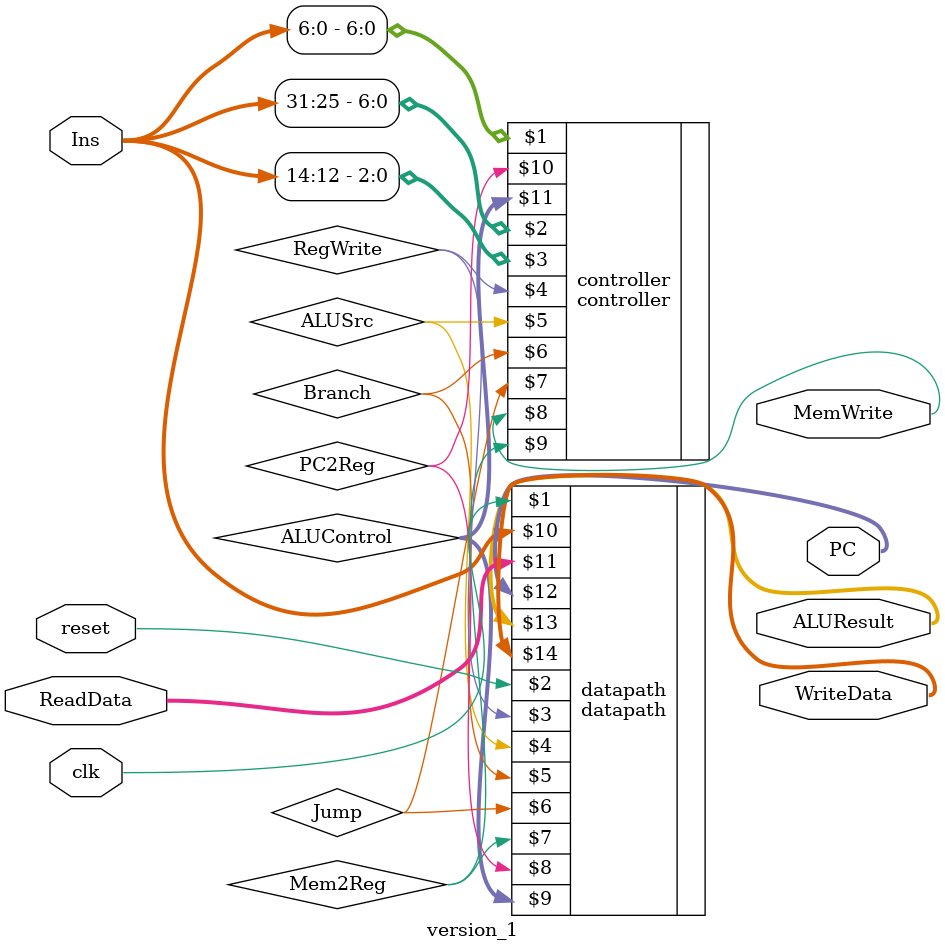
<source format=sv>
module version_1 (input logic clk, reset,
	input logic [31:0] Ins, ReadData,
	output logic [31:0] PC, ALUResult, WriteData,
	output logic MemWrite);

logic RegWrite, ALUSrc, Branch, Jump, Mem2Reg, PC2Reg;
logic [2:0] ALUControl;

controller controller(Ins[6:0], Ins[31:25], Ins[14:12], RegWrite, ALUSrc, Branch, Jump, MemWrite, Mem2Reg, PC2Reg, ALUControl);

datapath datapath(clk, reset, RegWrite, ALUSrc, Branch, Jump, Mem2Reg, PC2Reg, ALUControl, Ins, ReadData, PC, ALUResult, WriteData);

endmodule

</source>
